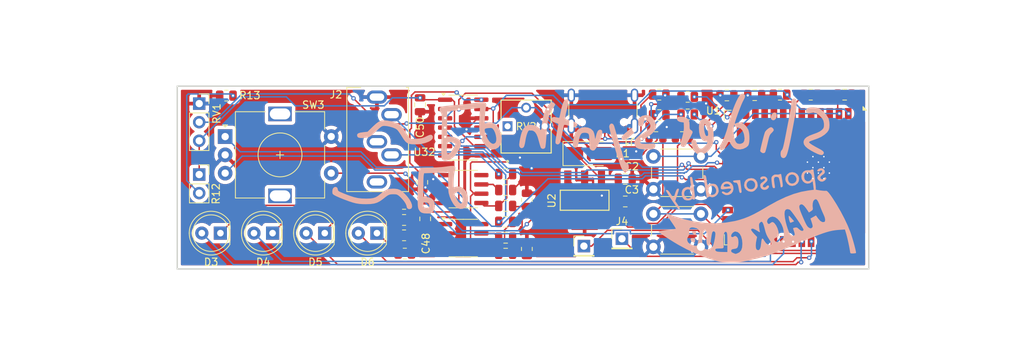
<source format=kicad_pcb>
(kicad_pcb (version 20241229) (generator "pcbnew") (generator_version "9.0")
  (layers (0 "F.Cu" signal) (2 "B.Cu" signal) (13 "F.Paste" user) (15 "B.Paste" user) (5 "F.SilkS" user "F.Silkscreen") (7 "B.SilkS" user "B.Silkscreen") (1 "F.Mask" user) (3 "B.Mask" user) (25 "Edge.Cuts" user))
  (net 0 "")
  (net 1 "GND")
  (net 2 "RESET")
  (net 3 "5v")
  (net 4 "3v3")
  (net 5 "BOOT")
  (net 6 "Net-(C42-Pad1)")
  (net 7 "Net-(C42-Pad2)")
  (net 8 "R")
  (net 9 "Net-(C44-Pad1)")
  (net 10 "Net-(C44-Pad2)")
  (net 11 "T")
  (net 12 "Net-(U33-BYPASS)")
  (net 13 "Net-(U34-BYPASS)")
  (net 14 "Net-(U32-VB)")
  (net 15 "Net-(U32-VA)")
  (net 16 "VDD")
  (net 17 "Net-(D1-A)")
  (net 19 "Net-(D3-K)")
  (net 20 "LED1")
  (net 21 "LED2")
  (net 22 "Net-(D4-K)")
  (net 23 "LED3")
  (net 24 "Net-(D5-K)")
  (net 25 "LED4")
  (net 26 "Net-(D6-K)")
  (net 27 "D-")
  (net 29 "Net-(J1-CC1)")
  (net 30 "Net-(J1-CC2)")
  (net 31 "D+")
  (net 33 "RX")
  (net 34 "TX")
  (net 35 "Net-(U1-USB_D-{slash}IO19)")
  (net 36 "Net-(U1-USB_D+{slash}IO20)")
  (net 37 "RotA")
  (net 38 "RotB")
  (net 39 "RotSw")
  (net 44 "Net-(R12-Pad2)")
  (net 46 "CS")
  (net 55 "SCK")
  (net 58 "SDI")
  (net 70 "LinearPot")
  (footprint "Rotary_Encoder:RotaryEncoder_Alps_EC11E-Switch_Vertical_H20mm" (layer "F.Cu") (at 107.05 118.73)
    (property "Reference" "SW3")
    (property "Value" "RotaryEncoder_Switch")
  )
  (footprint "Capacitor_SMD:C_0805_2012Metric" (layer "F.Cu") (at 134.4 129.98 90)
    (property "Reference" "C48")
    (property "Value" "0.1μF")
  )
  (footprint "Capacitor_SMD:C_0805_2012Metric" (layer "F.Cu") (at 161.75 124.5)
    (property "Reference" "C2")
    (property "Value" "0.47μF")
  )
  (footprint "Capacitor_SMD:C_0805_2012Metric" (layer "F.Cu") (at 134 124.98 90)
    (property "Reference" "C49" (hide yes))
    (property "Value" "0.1μF")
  )
  (footprint "Connector_PinSocket_2.54mm:PinSocket_1x03_P2.54mm_Vertical" (layer "F.Cu") (at 103.5 114.22)
    (property "Reference" "RV1")
    (property "Value" "SEN-08681")
  )
  (footprint "Capacitor_SMD:C_0805_2012Metric" (layer "F.Cu") (at 145.4 126.036)
    (property "Reference" "C46" (hide yes))
    (property "Value" "0.05μF")
  )
  (footprint "Capacitor_SMD:C_0805_2012Metric" (layer "F.Cu") (at 191.75 113)
    (property "Reference" "C1" (hide yes))
    (property "Value" "1uF")
  )
  (footprint "Connector_PinSocket_2.54mm:PinSocket_1x02_P2.54mm_Vertical" (layer "F.Cu") (at 103.5 123.92)
    (property "Reference" "R12")
    (property "Value" "Force Sensitive Resistor 500mm")
  )
  (footprint "Connector_USB:USB_C_Receptacle_GCT_USB4105-xx-A_16P_TopMnt_Horizontal" (layer "F.Cu") (at 158.7 114.15 180)
    (property "Reference" "J1")
    (property "Value" "USB4105")
  )
  (footprint "Resistor_SMD:R_0805_2012Metric" (layer "F.Cu") (at 182.9125 113)
    (property "Reference" "R4" (hide yes))
    (property "Value" "0Ω")
  )
  (footprint "2_udu_lib:POT_3362P" (layer "F.Cu") (at 145.66 117.3174)
    (property "Reference" "RV2")
    (property "Value" "3362P-100kΩ")
  )
  (footprint "Button_Switch_THT:SW_PUSH_6mm" (layer "F.Cu") (at 165.6 121.43)
    (property "Reference" "SW1" (hide yes))
    (property "Value" "SW_SPST")
  )
  (footprint "RF_Module:ESP32-S3-WROOM-2" (layer "F.Cu") (at 188.25 124.33 -90)
    (property "Reference" "U1")
    (property "Value" "ESP32-S3-WROOM-2")
  )
  (footprint "Capacitor_SMD:C_0805_2012Metric" (layer "F.Cu") (at 165.95 118.8)
    (property "Reference" "C7" (hide yes))
    (property "Value" "0.1μF")
  )
  (footprint "Resistor_SMD:R_0805_2012Metric" (layer "F.Cu") (at 107.2125 113.13)
    (property "Reference" "R13")
    (property "Value" "10kΩ")
  )
  (footprint "Resistor_SMD:R_0805_2012Metric" (layer "F.Cu") (at 148.3 127.3875 -90)
    (property "Reference" "R28" (hide yes))
    (property "Value" "10Ω")
  )
  (footprint "Diode_SMD:D_SMA" (layer "F.Cu") (at 156.75 121.05)
    (property "Reference" "D1")
    (property "Value" "SS14")
  )
  (footprint "Resistor_SMD:R_0805_2012Metric" (layer "F.Cu") (at 166.4 115.79)
    (property "Reference" "R2" (hide yes))
    (property "Value" "5.1kΩ")
  )
  (footprint "Capacitor_SMD:C_0805_2012Metric" (layer "F.Cu") (at 145.4 123.86 180)
    (property "Reference" "C43" (hide yes))
    (property "Value" "47μF")
  )
  (footprint "Capacitor_SMD:C_0805_2012Metric" (layer "F.Cu") (at 145.4 128.212)
    (property "Reference" "C42" (hide yes))
    (property "Value" "33nF")
  )
  (footprint "Resistor_SMD:R_0805_2012Metric" (layer "F.Cu") (at 131.5125 132.23)
    (property "Reference" "R10" (hide yes))
    (property "Value" "330Ω")
  )
  (footprint "Capacitor_SMD:C_0805_2012Metric" (layer "F.Cu") (at 145.4 130.388 180)
    (property "Reference" "C45" (hide yes))
    (property "Value" "47μF")
  )
  (footprint "Connector_PinHeader_2.54mm:PinHeader_1x01_P2.54mm_Vertical" (layer "F.Cu") (at 161.3 132.7)
    (property "Reference" "J4")
    (property "Value" "Conn_01x01_Pin")
  )
  (footprint "Resistor_SMD:R_0805_2012Metric" (layer "F.Cu") (at 131.6125 134.73)
    (property "Reference" "R11" (hide yes))
    (property "Value" "330Ω")
  )
  (footprint "Capacitor_SMD:C_0805_2012Metric" (layer "F.Cu") (at 179.45 113.07)
    (property "Reference" "C4" (hide yes))
    (property "Value" "10μF")
  )
  (footprint "Capacitor_SMD:C_0805_2012Metric" (layer "F.Cu") (at 161.75 127.6)
    (property "Reference" "C3")
    (property "Value" "47μF")
  )
  (footprint "Resistor_SMD:R_0805_2012Metric" (layer "F.Cu") (at 170.2875 113.3 180)
    (property "Reference" "R6" (hide yes))
    (property "Value" "0Ω")
  )
  (footprint "Connector_PinHeader_2.54mm:PinHeader_1x01_P2.54mm_Vertical" (layer "F.Cu") (at 156.1 133.7)
    (property "Reference" "J3" (hide yes))
    (property "Value" "Conn_01x01_Pin")
  )
  (footprint "Resistor_SMD:R_0805_2012Metric" (layer "F.Cu") (at 131.5125 130.13)
    (property "Reference" "R9" (hide yes))
    (property "Value" "330Ω")
  )
  (footprint "Package_SO:SOIC-8_3.9x4.9mm_P1.27mm" (layer "F.Cu") (at 139.6 125.905)
    (property "Reference" "U33" (hide yes))
    (property "Value" "LM386")
  )
  (footprint "Resistor_SMD:R_0805_2012Metric" (layer "F.Cu") (at 170.2875 115.7 180)
    (property "Reference" "R5" (hide yes))
    (property "Value" "0Ω")
  )
  (footprint "Resistor_SMD:R_0805_2012Metric" (layer "F.Cu") (at 166.4 113)
    (property "Reference" "R1" (hide yes))
    (property "Value" "5.1kΩ")
  )
  (footprint "Package_SO:SOIC-8_3.9x4.9mm_P1.27mm" (layer "F.Cu") (at 139.6 132.6)
    (property "Reference" "U34" (hide yes))
    (property "Value" "LM386")
  )
  (footprint "Package_SO:SOIC-14_3.9x8.7mm_P1.27mm" (layer "F.Cu") (at 139.6 117.5)
    (property "Reference" "U32")
    (property "Value" "MCP4922")
  )
  (footprint "Capacitor_SMD:C_0805_2012Metric" (layer "F.Cu") (at 145.4 134.74)
    (property "Reference" "C44" (hide yes))
    (property "Value" "33nF")
  )
  (footprint "Capacitor_SMD:C_0805_2012Metric" (layer "F.Cu") (at 133.7 114.38 90)
    (property "Reference" "C50")
    (property "Value" "0.1μF")
  )
  (footprint "LED_THT:LED_D5.0mm" (layer "F.Cu") (at 106.4 131.93 180)
    (property "Reference" "D3")
    (property "Value" "LED")
  )
  (footprint "Capacitor_SMD:C_0805_2012Metric" (layer "F.Cu") (at 169.55 118.8)
    (property "Reference" "C6" (hide yes))
    (property "Value" "0.1μF")
  )
  (footprint "Capacitor_SMD:C_0805_2012Metric" (layer "F.Cu") (at 145.4 132.564)
    (property "Reference" "C47" (hide yes))
    (property "Value" "0.05μF")
  )
  (footprint "LED_THT:LED_D5.0mm" (layer "F.Cu") (at 113.533333 131.93 180)
    (property "Reference" "D4")
    (property "Value" "LED")
  )
  (footprint "LED_THT:LED_D5.0mm" (layer "F.Cu") (at 120.666667 131.93 180)
    (property "Reference" "D5")
    (property "Value" "LED")
  )
  (footprint "EasyEDA:SOT-223-4_L6.5-W3.5-P2.30-LS7.0-BR" (layer "F.Cu") (at 156.2 127.43 90)
    (property "Reference" "U2")
    (property "Value" "LM3940IMPX-3.3/NOPB")
  )
  (footprint "Resistor_SMD:R_0805_2012Metric" (layer "F.Cu") (at 148.3 134.0875 -90)
    (property "Reference" "R29" (hide yes))
    (property "Value" "10Ω")
  )
  (footprint "LED_THT:LED_D5.0mm" (layer "F.Cu") (at 127.8 131.93 180)
    (property "Reference" "D6")
    (property "Value" "LED")
  )
  (footprint "Resistor_SMD:R_0805_2012Metric" (layer "F.Cu") (at 187.1125 113)
    (property "Reference" "R3" (hide yes))
    (property "Value" "10kΩ")
  )
  (footprint "Resistor_SMD:R_0805_2012Metric" (layer "F.Cu") (at 131.5125 127.93)
    (property "Reference" "R8" (hide yes))
    (property "Value" "330Ω")
  )
  (footprint "Button_Switch_THT:SW_PUSH_6mm" (layer "F.Cu") (at 165.6 129.3)
    (property "Reference" "SW2" (hide yes))
    (property "Value" "SW_SPST")
  )
  (footprint "Connector_Audio:Jack_3.5mm_CUI_SJ1-3535NG_Horizontal" (layer "F.Cu") (at 127.8 113.33)
    (property "Reference" "J2")
    (property "Value" "PJ-325C5-G")
  )
  (footprint "Capacitor_SMD:C_0805_2012Metric" (layer "F.Cu") (at 175.65 113.1)
    (property "Reference" "C5" (hide yes))
    (property "Value" "0.1μF")
  )
  (footprint "1_udu_lib:slider_synth_back" (layer "B.Cu") (at 145.529352 125.594279 180)
    (property "Reference" "G***" (hide yes))
    (property "Value" "LOGO" (hide yes))
  )
  (gr_line (start 195.05 111.83) (end 100.5 111.83) (stroke (width 0.2)) (layer "Edge.Cuts"))
  (gr_line (start 100.5 111.83) (end 100.5 136.83) (stroke (width 0.2)) (layer "Edge.Cuts"))
  (gr_line (start 195.05 136.83) (end 195.05 111.83) (stroke (width 0.2)) (layer "Edge.Cuts"))
  (gr_line (start 100.5 136.83) (end 195.05 136.83) (stroke (width 0.2)) (layer "Edge.Cuts"))
  (segment (start 165 118.8) (end 165 116.8) (width 0.2) (layer "F.Cu") (net 1))
  (segment (start 148.29866 129.8) (end 149.75 128.34866) (width 0.2) (layer "F.Cu") (net 1))
  (segment (start 149.75 128.34866) (end 149.75 128.15) (width 0.2) (layer "F.Cu") (net 1))
  (segment (start 137.125 125.27) (end 136.22 125.27) (width 0.2) (layer "F.Cu") (net 1))
  (segment (start 147.65 131.6) (end 147.75 131.7) (width 0.2) (layer "F.Cu") (net 1))
  (segment (start 165 118.8) (end 165 119.525) (width 0.2) (layer "F.Cu") (net 1))
  (segment (start 142.075 116.23) (end 141.57 116.23) (width 0.2) (layer "F.Cu") (net 1))
  (segment (start 147.65 129.8) (end 147.65 131.6) (width 0.2) (layer "F.Cu") (net 1))
  (segment (start 161.9 117.72) (end 162.445 117.72) (width 0.2) (layer "F.Cu") (net 1))
  (segment (start 146.35 126.036) (end 147.436 124.95) (width 0.2) (layer "F.Cu") (net 1))
  (segment (start 136.22 125.27) (end 135.5 124.55) (width 0.2) (layer "F.Cu") (net 1))
  (segment (start 167.3125 112.9875) (end 167.2 113.1) (width 0.2) (layer "F.Cu") (net 1))
  (segment (start 168.6 118.8) (end 168.6 118.6) (width 0.2) (layer "F.Cu") (net 1))
  (segment (start 162.445 117.72) (end 163.02 117.145) (width 0.2) (layer "F.Cu") (net 1))
  (segment (start 167.3125 112.84) (end 167.3125 112.9875) (width 0.2) (layer "F.Cu") (net 1))
  (segment (start 165.4875 115.79) (end 165.4875 118.3125) (width 0.2) (layer "F.Cu") (net 1))
  (segment (start 165.4875 118.3125) (end 165 118.8) (width 0.2) (layer "F.Cu") (net 1))
  (segment (start 134 125.93) (end 134.17 125.93) (width 0.2) (layer "F.Cu") (net 1))
  (segment (start 134.17 125.93) (end 134.424265 125.675735) (width 0.2) (layer "F.Cu") (net 1))
  (segment (start 146.35 132.564) (end 146.961 133.175) (width 0.2) (layer "F.Cu") (net 1))
  (segment (start 146.961 133.175) (end 148.3 133.175) (width 0.2) (layer "F.Cu") (net 1))
  (segment (start 147.65 129.8) (end 148.29866 129.8) (width 0.2) (layer "F.Cu") (net 1))
  (segment (start 147.436 124.95) (end 148.2 124.95) (width 0.2) (layer "F.Cu") (net 1))
  (segment (start 141.57 116.23) (end 140.05 117.75) (width 0.2) (layer "F.Cu") (net 1))
  (segment (start 174.7 113.1) (end 174.75 113.1) (width 0.2) (layer "F.Cu") (net 1))
  (segment (start 168.6 118.6) (end 167.423765 117.423765) (width 0.2) (layer "F.Cu") (net 1))
  (segment (start 165 116.8) (end 164.5 116.3) (width 0.2) (layer "F.Cu") (net 1))
  (segment (start 165 119.525) (end 163.775 120.75) (width 0.2) (layer "F.Cu") (net 1))
  (segment (start 163.775 120.75) (end 163.25 120.75) (width 0.2) (layer "F.Cu") (net 1))
  (segment (start 134.03 125.93) (end 134.1 126) (width 0.2) (layer "F.Cu") (net 1))
  (via (at 165.9 115.79) (size 0.6) (drill 0.3) (layers "F.Cu" "B.Cu") (net 1))
  (via (at 164.5 116.3) (size 0.6) (drill 0.3) (layers "F.Cu" "B.Cu") (net 1))
  (via (at 178.5 113.1) (size 0.6) (drill 0.3) (layers "F.Cu" "B.Cu") (net 1))
  (via (at 147.35 121.6) (size 0.6) (drill 0.3) (layers "F.Cu" "B.Cu") (net 1))
  (via (at 158.55 126.8) (size 0.6) (drill 0.3) (layers "F.Cu" "B.Cu") (net 1))
  (via (at 140.05 117.75) (size 0.6) (drill 0.3) (layers "F.Cu" "B.Cu") (net 1))
  (via (at 174.75 113.1) (size 0.6) (drill 0.3) (layers "F.Cu" "B.Cu") (net 1))
  (via (at 167.423765 117.423765) (size 0.6) (drill 0.3) (layers "F.Cu" "B.Cu") (net 1))
  (via (at 165 118.8) (size 0.6) (drill 0.3) (layers "F.Cu" "B.Cu") (net 1))
  (via (at 135.5 124.55) (size 0.6) (drill 0.3) (layers "F.Cu" "B.Cu") (net 1))
  (via (at 172.8 114.2) (size 0.6) (drill 0.3) (layers "F.Cu" "B.Cu") (net 1))
  (via (at 163.25 120.75) (size 0.6) (drill 0.3) (layers "F.Cu" "B.Cu") (net 1))
  (via (at 167.2 113.1) (size 0.6) (drill 0.3) (layers "F.Cu" "B.Cu") (net 1))
  (via (at 134.424265 125.675735) (size 0.6) (drill 0.3) (layers "F.Cu" "B.Cu") (net 1))
  (via (at 161.2 121.8) (size 0.6) (drill 0.3) (layers "F.Cu" "B.Cu") (net 1))
  (via (at 148.95 123.049) (size 0.6) (drill 0.3) (layers "F.Cu" "B.Cu") (net 1))
  (segment (start 162.2 121.8) (end 161.2 121.8) (width 0.2) (layer "B.Cu") (net 1))
  (segment (start 134.424265 125.625735) (end 135.5 124.55) (width 0.2) (layer "B.Cu") (net 1))
  (segment (start 163.25 120.75) (end 162.2 121.8) (width 0.2) (layer "B.Cu") (net 1))
  (segment (start 168.3 114.2) (end 172.8 114.2) (width 0.2) (layer "B.Cu") (net 1))
  (segment (start 167.2 113.1) (end 168.3 114.2) (width 0.2) (layer "B.Cu") (net 1))
  (segment (start 148.799 123.049) (end 148.95 123.049) (width 0.2) (layer "B.Cu") (net 1))
  (segment (start 164.5 116.3) (end 163.975 116.3) (width 0.2) (layer "B.Cu") (net 1))
  (segment (start 134.424265 125.675735) (end 134.424265 125.625735) (width 0.2) (layer "B.Cu") (net 1))
  (segment (start 167.2 114.49) (end 165.9 115.79) (width 0.2) (layer "B.Cu") (net 1))
  (segment (start 167.423765 117.423765) (end 166.376235 117.423765) (width 0.2) (layer "B.Cu") (net 1))
  (segment (start 163.975 116.3) (end 163.02 117.255) (width 0.2) (layer "B.Cu") (net 1))
  (segment (start 147.35 121.6) (end 148.799 123.049) (width 0.2) (layer "B.Cu") (net 1))
  (segment (start 167.2 113.1) (end 167.2 114.49) (width 0.2) (layer "B.Cu") (net 1))
  (segment (start 166.376235 117.423765) (end 165 118.8) (width 0.2) (layer "B.Cu") (net 1))
  (segment (start 174.75 113.1) (end 178.5 113.1) (width 0.2) (layer "B.Cu") (net 1))
  (segment (start 190.8 113) (end 190.8 115.36) (width 0.2) (layer "F.Cu") (net 2))
  (segment (start 188.025 113) (end 190.8 113) (width 0.2) (layer "F.Cu") (net 2))
  (segment (start 170.5 118.8) (end 170.5 119.83) (width 0.2) (layer "F.Cu") (net 2))
  (segment (start 170.5 119.83) (end 172.1 121.43) (width 0.2) (layer "F.Cu") (net 2))
  (segment (start 190.8 115.36) (end 191.02 115.58) (width 0.2) (layer "F.Cu") (net 2))
  (via (at 191.02 115.58) (size 0.6) (drill 0.3) (layers "F.Cu" "B.Cu") (net 2))
  (segment (start 165.6 121.43) (end 172.1 121.43) (width 0.2) (layer "B.Cu") (net 2))
  (segment (start 179.32 115.58) (end 191.02 115.58) (width 0.2) (layer "B.Cu") (net 2))
  (segment (start 173.47 121.43) (end 179.32 115.58) (width 0.2) (layer "B.Cu") (net 2))
  (segment (start 172.1 121.43) (end 173.47 121.43) (width 0.2) (layer "B.Cu") (net 2))
  (segment (start 153.43 122.2) (end 154.8 120.83) (width 0.2) (layer "F.Cu") (net 3))
  (segment (start 140.8 122.2) (end 153.43 122.2) (width 0.2) (layer "F.Cu") (net 3))
  (segment (start 141.100001 126.54) (end 140.6 126.039999) (width 0.2) (layer "F.Cu") (net 3))
  (segment (start 154.8 120.9) (end 158.5 124.6) (width 0.2) (layer "F.Cu") (net 3))
  (segment (start 158.5 124.6) (end 160.7 124.6) (width 0.2) (layer "F.Cu") (net 3))
  (segment (start 140.6 132.734999) (end 140.6 126.9) (width 0.2) (layer "F.Cu") (net 3))
  (segment (start 154.8 120.83) (end 154.8 120.9) (width 0.2) (layer "F.Cu") (net 3))
  (segment (start 141.100001 133.235) (end 140.6 132.734999) (width 0.2) (layer "F.Cu") (net 3))
  (segment (start 140.6 126.9) (end 140.96 126.54) (width 0.2) (layer "F.Cu") (net 3))
  (segment (start 142.075 126.54) (end 141.100001 126.54) (width 0.2) (layer "F.Cu") (net 3))
  (segment (start 140.96 126.54) (end 142.075 126.54) (width 0.2) (layer "F.Cu") (net 3))
  (segment (start 140.6 122.4) (end 140.8 122.2) (width 0.2) (layer "F.Cu") (net 3))
  (segment (start 140.6 126.039999) (end 140.6 122.4) (width 0.2) (layer "F.Cu") (net 3))
  (segment (start 142.075 133.235) (end 141.100001 133.235) (width 0.2) (layer "F.Cu") (net 3))
  (segment (start 160.7 124.6) (end 160.8 124.5) (width 0.2) (layer "F.Cu") (net 3))
  (segment (start 169.401 118.08984) (end 169.3 117.98884) (width 0.2) (layer "F.Cu") (net 4))
  (segment (start 176.6 113.1) (end 177.596 114.096) (width 0.2) (layer "F.Cu") (net 4))
  (segment (start 166.138892 130.601) (end 168.9 127.839892) (width 0.2) (layer "F.Cu") (net 4))
  (segment (start 169.3 117.98884) (end 169.3 117.3) (width 0.2) (layer "F.Cu") (net 4))
  (segment (start 156.9 127.6) (end 160.8 127.6) (width 0.2) (layer "F.Cu") (net 4))
  (segment (start 185.199 114.001) (end 183.001 114.001) (width 0.2) (layer "F.Cu") (net 4))
  (segment (start 172.4 117.3) (end 176.6 113.1) (width 0.2) (layer "F.Cu") (net 4))
  (segment (start 168.9 127.839892) (end 168.9 120.01116) (width 0.2) (layer "F.Cu") (net 4))
  (segment (start 153.9 124.6) (end 156.9 127.6) (width 0.2) (layer "F.Cu") (net 4))
  (segment (start 179.374 114.096) (end 180.4 113.07) (width 0.2) (layer "F.Cu") (net 4))
  (segment (start 177.596 114.096) (end 179.374 114.096) (width 0.2) (layer "F.Cu") (net 4))
  (segment (start 168.9 120.01116) (end 169.401 119.51016) (width 0.2) (layer "F.Cu") (net 4))
  (segment (start 163.801 130.601) (end 166.138892 130.601) (width 0.2) (layer "F.Cu") (net 4))
  (segment (start 180.4 113.07) (end 181.93 113.07) (width 0.2) (layer "F.Cu") (net 4))
  (segment (start 183.001 114.001) (end 182 113) (width 0.2) (layer "F.Cu") (net 4))
  (segment (start 186.2 113) (end 185.199 114.001) (width 0.2) (layer "F.Cu") (net 4))
  (segment (start 181.93 113.07) (end 182 113) (width 0.2) (layer "F.Cu") (net 4))
  (segment (start 169.3 117.3) (end 172.4 117.3) (width 0.2) (layer "F.Cu") (net 4))
  (segment (start 160.8 127.6) (end 163.801 130.601) (width 0.2) (layer "F.Cu") (net 4))
  (segment (start 169.401 119.51016) (end 169.401 118.08984) (width 0.2) (layer "F.Cu") (net 4))
  (segment (start 177.05 133.08) (end 175.88 133.08) (width 0.2) (layer "F.Cu") (net 5))
  (segment (start 175.88 133.08) (end 172.1 129.3) (width 0.2) (layer "F.Cu") (net 5))
  (segment (start 166.9 118.8) (end 166.9 128) (width 0.2) (layer "F.Cu") (net 5))
  (segment (start 166.9 128) (end 165.6 129.3) (width 0.2) (layer "F.Cu") (net 5))
  (segment (start 165.6 129.3) (end 172.1 129.3) (width 0.2) (layer "B.Cu") (net 5))
  (segment (start 144.45 128.212) (end 142.477 128.212) (width 0.2) (layer "F.Cu") (net 6))
  (segment (start 145.549 127.113) (end 145.549 124.661) (width 0.2) (layer "F.Cu") (net 6))
  (segment (start 145.549 124.661) (end 146.35 123.86) (width 0.2) (layer "F.Cu") (net 6))
  (segment (start 142.477 128.212) (end 142.075 127.81) (width 0.2) (layer "F.Cu") (net 6))
  (segment (start 144.45 128.212) (end 145.549 127.113) (width 0.2) (layer "F.Cu") (net 6))
  (segment (start 146.438 128.3) (end 146.35 128.212) (width 0.2) (layer "F.Cu") (net 7))
  (segment (start 148.3 128.3) (end 146.438 128.3) (width 0.2) (layer "F.Cu") (net 7))
  (via (at 144.45 123.86) (size 0.6) (drill 0.3) (layers "F.Cu" "B.Cu") (net 8))
  (segment (start 129.8 121.23) (end 141.82 121.23) (width 0.2) (layer "B.Cu") (net 8))
  (segment (start 141.82 121.23) (end 144.45 123.86) (width 0.2) (layer "B.Cu") (net 8))
  (segment (start 146.35 130.388) (end 145.251 131.487) (width 0.2) (layer "F.Cu") (net 9))
  (segment (start 145.251 131.487) (end 145.251 133.939) (width 0.2) (layer "F.Cu") (net 9))
  (segment (start 145.251 133.939) (end 144.45 134.74) (width 0.2) (layer "F.Cu") (net 9))
  (segment (start 142.31 134.74) (end 142.075 134.505) (width 0.2) (layer "F.Cu") (net 9))
  (segment (start 144.45 134.74) (end 142.31 134.74) (width 0.2) (layer "F.Cu") (net 9))
  (segment (start 148.3 135) (end 146.61 135) (width 0.2) (layer "F.Cu") (net 10))
  (segment (start 146.61 135) (end 146.35 134.74) (width 0.2) (layer "F.Cu") (net 10))
  (via (at 144.45 130.388) (size 0.6) (drill 0.3) (layers "F.Cu" "B.Cu") (net 11))
  (segment (start 145.4 129.6) (end 144.612 130.388) (width 0.2) (layer "B.Cu") (net 11))
  (segment (start 134.899 120.829) (end 142.268943 120.829) (width 0.2) (layer "B.Cu") (net 11))
  (segment (start 129.8 115.73) (end 134.899 120.829) (width 0.2) (layer "B.Cu") (net 11))
  (segment (start 145.4 123.960057) (end 145.4 129.6) (width 0.2) (layer "B.Cu") (net 11))
  (segment (start 142.268943 120.829) (end 145.4 123.960057) (width 0.2) (layer "B.Cu") (net 11))
  (segment (start 144.612 130.388) (end 144.45 130.388) (width 0.2) (layer "B.Cu") (net 11))
  (segment (start 144.45 126.036) (end 143.684 125.27) (width 0.2) (layer "F.Cu") (net 12))
  (segment (start 143.684 125.27) (end 142.075 125.27) (width 0.2) (layer "F.Cu") (net 12))
  (segment (start 143.851 131.965) (end 142.075 131.965) (width 0.2) (layer "F.Cu") (net 13))
  (segment (start 144.45 132.564) (end 143.851 131.965) (width 0.2) (layer "F.Cu") (net 13))
  (segment (start 137.97 129.03) (end 139 128) (width 0.2) (layer "F.Cu") (net 14))
  (segment (start 134.4 129.03) (end 137.97 129.03) (width 0.2) (layer "F.Cu") (net 14))
  (segment (start 135.6 130.23) (end 135.6 132.056968) (width 0.2) (layer "F.Cu") (net 14))
  (segment (start 134.4 129.03) (end 135.6 130.23) (width 0.2) (layer "F.Cu") (net 14))
  (segment (start 135.6 132.056968) (end 136.778032 133.235) (width 0.2) (layer "F.Cu") (net 14))
  (segment (start 136.705 133.235) (end 137.125 133.235) (width 0.2) (layer "F.Cu") (net 14))
  (segment (start 136.778032 133.235) (end 137.125 133.235) (width 0.2) (layer "F.Cu") (net 14))
  (segment (start 139 119.8) (end 139.474265 119.325735) (width 0.2) (layer "F.Cu") (net 14))
  (segment (start 139 128) (end 139 119.8) (width 0.2) (layer "F.Cu") (net 14))
  (via (at 139.474265 119.325735) (size 0.6) (drill 0.3) (layers "F.Cu" "B.Cu") (net 14))
  (via (at 142.075 118.77) (size 0.6) (drill 0.3) (layers "F.Cu" "B.Cu") (net 14))
  (segment (start 140.03 118.77) (end 142.075 118.77) (width 0.2) (layer "B.Cu") (net 14))
  (segment (start 139.474265 119.325735) (end 140.03 118.77) (width 0.2) (layer "B.Cu") (net 14))
  (segment (start 132.52053 113.09831) (end 132.98984 112.629) (width 0.2) (layer "F.Cu") (net 15))
  (segment (start 132.3 117.8) (end 132.52053 117.57947) (width 0.2) (layer "F.Cu") (net 15))
  (segment (start 137.125 126.54) (end 136.51 126.54) (width 0.2) (layer "F.Cu") (net 15))
  (segment (start 132.98984 112.629) (end 138.629 112.629) (width 0.2) (layer "F.Cu") (net 15))
  (segment (start 134 124.03) (end 132.3 122.33) (width 0.2) (layer "F.Cu") (net 15))
  (segment (start 138.629 112.629) (end 138.7 112.7) (width 0.2) (layer "F.Cu") (net 15))
  (segment (start 132.3 122.33) (end 132.3 117.8) (width 0.2) (layer "F.Cu") (net 15))
  (segment (start 136.51 126.54) (end 134 124.03) (width 0.2) (layer "F.Cu") (net 15))
  (segment (start 132.52053 117.57947) (end 132.52053 113.09831) (width 0.2) (layer "F.Cu") (net 15))
  (via (at 142.075 113.69) (size 0.6) (drill 0.3) (layers "F.Cu" "B.Cu") (net 15))
  (via (at 138.7 112.7) (size 0.6) (drill 0.3) (layers "F.Cu" "B.Cu") (net 15))
  (segment (start 139.69 113.69) (end 142.075 113.69) (width 0.2) (layer "B.Cu") (net 15))
  (segment (start 138.7 112.7) (end 139.69 113.69) (width 0.2) (layer "B.Cu") (net 15))
  (segment (start 143.351 119.738999) (end 143.049999 120.04) (width 0.2) (layer "F.Cu") (net 16))
  (segment (start 143.7 114.9) (end 142.135 114.9) (width 0.2) (layer "F.Cu") (net 16))
  (segment (start 133.96 113.69) (end 133.7 113.43) (width 0.2) (layer "F.Cu") (net 16))
  (segment (start 142.075 117.5) (end 142.421968 117.5) (width 0.2) (layer "F.Cu") (net 16))
  (segment (start 142.135 114.9) (end 142.075 114.96) (width 0.2) (layer "F.Cu") (net 16))
  (segment (start 142.075 120.04) (end 141.100001 120.04) (width 0.2) (layer "F.Cu") (net 16))
  (segment (start 137.125 113.69) (end 133.96 113.69) (width 0.2) (layer "F.Cu") (net 16))
  (segment (start 143.7 114.9) (end 143.7 116.849999) (width 0.2) (layer "F.Cu") (net 16))
  (segment (start 143.049999 120.04) (end 142.075 120.04) (width 0.2) (layer "F.Cu") (net 16))
  (segment (start 138.099999 113.69) (end 137.125 113.69) (width 0.2) (layer "F.Cu") (net 16))
  (segment (start 138.401 117.340999) (end 138.401 113.991001) (width 0.2) (layer "F.Cu") (net 16))
  (segment (start 143.049999 117.5) (end 142.075 117.5) (width 0.2) (layer "F.Cu") (net 16))
  (segment (start 103.5 119.3) (end 103.5 123.92) (width 0.2) (layer "F.Cu") (net 16))
  (segment (start 143.7 116.849999) (end 143.049999 117.5) (width 0.2) (layer "F.Cu") (net 16))
  (segment (start 141.100001 120.04) (end 138.401 117.340999) (width 0.2) (layer "F.Cu") (net 16))
  (segment (start 142.421968 117.5) (end 143.351 118.429032) (width 0.2) (layer "F.Cu") (net 16))
  (segment (start 143.351 118.429032) (end 143.351 119.738999) (width 0.2) (layer "F.Cu") (net 16))
  (segment (start 183.825 113) (end 183.9 113) (width 0.2) (layer "F.Cu") (net 16))
  (segment (start 138.401 113.991001) (end 138.099999 113.69) (width 0.2) (layer "F.Cu") (net 16))
  (via (at 192.29 115.58) (size 0.6) (drill 0.3) (layers "F.Cu" "B.Cu") (net 16))
  (via (at 183.9 113) (size 0.6) (drill 0.3) (layers "F.Cu" "B.Cu") (net 16))
  (via (at 143.7 114.9) (size 0.6) (drill 0.3) (layers "F.Cu" "B.Cu") (net 16))
  (via (at 133.7 113.43) (size 0.6) (drill 0.3) (layers "F.Cu" "B.Cu") (net 16))
  (segment (start 163.476086 114.373914) (end 153.173914 114.373914) (width 0.2) (layer "B.Cu") (net 16))
  (segment (start 151.9 113.1) (end 145.5 113.1) (width 0.2) (layer "B.Cu") (net 16))
  (segment (start 116.653 114.531) (end 115.422 113.3) (width 0.2) (layer "B.Cu") (net 16))
  (segment (start 115.422 113.3) (end 109.5 113.3) (width 0.2) (layer "B.Cu") (net 16))
  (segment (start 183.4 112.5) (end 165.35 112.5) (width 0.2) (layer "B.Cu") (net 16))
  (segment (start 153.173914 114.373914) (end 151.9 113.1) (width 0.2) (layer "B.Cu") (net 16))
  (segment (start 128.79747 114.531) (end 116.653 114.531) (width 0.2) (layer "B.Cu") (net 16))
  (segment (start 145.5 113.1) (end 143.7 114.9) (width 0.2) (layer "B.Cu") (net 16))
  (segment (start 129.89847 113.43) (end 128.79747 114.531) (width 0.2) (layer "B.Cu") (net 16))
  (segment (start 183.9 113.1) (end 185.779 114.979) (width 0.2) (layer "B.Cu") (net 16))
  (segment (start 183.9 113) (end 183.9 113.1) (width 0.2) (layer "B.Cu") (net 16))
  (segment (start 185.779 114.979) (end 191.689 114.979) (width 0.2) (layer "B.Cu") (net 16))
  (segment (start 183.9 113) (end 183.4 112.5) (width 0.2) (layer "B.Cu") (net 16))
  (segment (start 191.689 114.979) (end 192.29 115.58) (width 0.2) (layer "B.Cu") (net 16))
  (segment (start 109.5 113.3) (end 103.5 119.3) (width 0.2) (layer "B.Cu") (net 16))
  (segment (start 133.7 113.43) (end 129.89847 113.43) (width 0.2) (layer "B.Cu") (net 16))
  (segment (start 165.35 112.5) (end 163.476086 114.373914) (width 0.2) (layer "B.Cu") (net 16))
  (segment (start 158.48 120.83) (end 158.8 120.83) (width 0.2) (layer "F.Cu") (net 17))
  (segment (start 161.1 117.72) (end 161.1 117.261176) (width 0.2) (layer "F.Cu") (net 17))
  (segment (start 156.3 118.65) (end 158.48 120.83) (width 0.2) (layer "F.Cu") (net 17))
  (segment (start 157.35 116.3) (end 156.3 117.35) (width 0.2) (layer "F.Cu") (net 17))
  (segment (start 161.1 117.261176) (end 160.138824 116.3) (width 0.2) (layer "F.Cu") (net 17))
  (segment (start 156.3 117.35) (end 156.3 118.65) (width 0.2) (layer "F.Cu") (net 17))
  (segment (start 160.138824 116.3) (end 157.35 116.3) (width 0.2) (layer "F.Cu") (net 17))
  (segment (start 130.6 127.93) (end 130.399 128.131) (width 0.2) (layer "F.Cu") (net 19))
  (segment (start 110.199 128.131) (end 106.4 131.93) (width 0.2) (layer "F.Cu") (net 19))
  (segment (start 130.399 128.131) (end 110.199 128.131) (width 0.2) (layer "F.Cu") (net 19))
  (via (at 183.4 133.08) (size 0.6) (drill 0.3) (layers "F.Cu" "B.Cu") (net 20))
  (segment (start 181.9 136.229) (end 183.4 134.729) (width 0.2) (layer "B.Cu") (net 20))
  (segment (start 183.4 134.729) (end 183.4 133.08) (width 0.2) (layer "B.Cu") (net 20))
  (segment (start 103.86 131.93) (end 108.159 136.229) (width 0.2) (layer "B.Cu") (net 20))
  (segment (start 108.159 136.229) (end 181.9 136.229) (width 0.2) (layer "B.Cu") (net 20))
  (segment (start 184.67 133.08) (end 184.68 133.08) (width 0.2) (layer "F.Cu") (net 21))
  (segment (start 184.68 133.08) (end 184.7 133.1) (width 0.2) (layer "F.Cu") (net 21))
  (via (at 184.7 133.1) (size 0.6) (drill 0.3) (layers "F.Cu" "B.Cu") (net 21))
  (segment (start 114.863333 135.8) (end 110.993333 131.93) (width 0.2) (layer "B.Cu") (net 21))
  (segment (start 184.7 133.1) (end 184.079 132.479) (width 0.2) (layer "B.Cu") (net 21))
  (segment (start 181.6 135.8) (end 114.863333 135.8) (width 0.2) (layer "B.Cu") (net 21))
  (segment (start 181.6 134.030057) (end 181.6 135.8) (width 0.2) (layer "B.Cu") (net 21))
  (segment (start 183.151057 132.479) (end 181.6 134.030057) (width 0.2) (layer "B.Cu") (net 21))
  (segment (start 184.079 132.479) (end 183.151057 132.479) (width 0.2) (layer "B.Cu") (net 21))
  (segment (start 116.763333 128.7) (end 129 128.7) (width 0.2) (layer "F.Cu") (net 22))
  (segment (start 113.533333 131.93) (end 116.763333 128.7) (width 0.2) (layer "F.Cu") (net 22))
  (segment (start 130.43 130.13) (end 130.6 130.13) (width 0.2) (layer "F.Cu") (net 22))
  (segment (start 129 128.7) (end 130.43 130.13) (width 0.2) (layer "F.Cu") (net 22))
  (segment (start 113.57 131.93) (end 113.6 131.9) (width 0.2) (layer "B.Cu") (net 22))
  (segment (start 185.8 135.9) (end 185.4 135.9) (width 0.2) (layer "F.Cu") (net 23))
  (segment (start 122.425667 136.229) (end 118.126667 131.93) (width 0.2) (layer "F.Cu") (net 23))
  (segment (start 185.071 136.229) (end 122.425667 136.229) (width 0.2) (layer "F.Cu") (net 23))
  (segment (start 185.4 135.9) (end 185.071 136.229) (width 0.2) (layer "F.Cu") (net 23))
  (via (at 185.8 135.9) (size 0.6) (drill 0.3) (layers "F.Cu" "B.Cu") (net 23))
  (via (at 185.94 133.08) (size 0.6) (drill 0.3) (layers "F.Cu" "B.Cu") (net 23))
  (segment (start 185.8 135.9) (end 185.8 133.22) (width 0.2) (layer "B.Cu") (net 23))
  (segment (start 185.8 133.22) (end 185.94 133.08) (width 0.2) (layer "B.Cu") (net 23))
  (segment (start 120.666667 131.633333) (end 120.666667 131.93) (width 0.2) (layer "F.Cu") (net 24))
  (segment (start 130.6 132.23) (end 127.471 129.101) (width 0.2) (layer "F.Cu") (net 24))
  (segment (start 123.199 129.101) (end 120.666667 131.633333) (width 0.2) (layer "F.Cu") (net 24))
  (segment (start 127.471 129.101) (end 123.199 129.101) (width 0.2) (layer "F.Cu") (net 24))
  (segment (start 129.158 135.828) (end 125.26 131.93) (width 0.2) (layer "F.Cu") (net 25))
  (segment (start 186.9 135.301) (end 186.898 135.299) (width 0.2) (layer "F.Cu") (net 25))
  (segment (start 185.229 135.299) (end 184.7 135.828) (width 0.2) (layer "F.Cu") (net 25))
  (segment (start 184.7 135.828) (end 129.158 135.828) (width 0.2) (layer "F.Cu") (net 25))
  (segment (start 186.898 135.299) (end 185.229 135.299) (width 0.2) (layer "F.Cu") (net 25))
  (via (at 186.9 135.301) (size 0.6) (drill 0.3) (layers "F.Cu" "B.Cu") (net 25))
  (via (at 187.21 133.08) (size 0.6) (drill 0.3) (layers "F.Cu" "B.Cu") (net 25))
  (segment (start 187.21 134.991) (end 186.9 135.301) (width 0.2) (layer "B.Cu") (net 25))
  (segment (start 187.21 133.08) (end 187.21 134.991) (width 0.2) (layer "B.Cu") (net 25))
  (segment (start 127.9 131.93) (end 130.7 134.73) (width 0.2) (layer "F.Cu") (net 26))
  (segment (start 127.8 131.93) (end 127.9 131.93) (width 0.2) (layer "F.Cu") (net 26))
  (segment (start 160.349 119.449) (end 159.45 118.55) (width 0.2) (layer "F.Cu") (net 27))
  (segment (start 158.45 117.111176) (end 158.45 117.72) (width 0.2) (layer "F.Cu") (net 27))
  (segment (start 159.45 118.55) (end 159.45 117.111176) (width 0.2) (layer "F.Cu") (net 27))
  (segment (start 159.45 117.111176) (end 159.288824 116.95) (width 0.2) (layer "F.Cu") (net 27))
  (segment (start 163.77 119.03) (end 163.351 119.449) (width 0.2) (layer "F.Cu") (net 27))
  (segment (start 159.288824 116.95) (end 158.611176 116.95) (width 0.2) (layer "F.Cu") (net 27))
  (segment (start 163.351 119.449) (end 160.349 119.449) (width 0.2) (layer "F.Cu") (net 27))
  (segment (start 158.611176 116.95) (end 158.45 117.111176) (width 0.2) (layer "F.Cu") (net 27))
  (segment (start 163.95 119.03) (end 163.77 119.03) (width 0.2) (layer "F.Cu") (net 27))
  (via (at 169.375 115.7) (size 0.6) (drill 0.3) (layers "F.Cu" "B.Cu") (net 27))
  (via (at 163.95 119.03) (size 0.6) (drill 0.3) (layers "F.Cu" "B.Cu") (net 27))
  (segment (start 163.95 119.03) (end 163.95 118.85) (width 0.2) (layer "B.Cu") (net 27))
  (segment (start 163.95 118.85) (end 167.1 115.7) (width 0.2) (layer "B.Cu") (net 27))
  (segment (start 167.1 115.7) (end 169.375 115.7) (width 0.2) (layer "B.Cu") (net 27))
  (segment (start 163.9 114.4275) (end 165.4875 112.84) (width 0.2) (layer "F.Cu") (net 29))
  (segment (start 160.529655 119.029655) (end 163.070345 119.029655) (width 0.2) (layer "F.Cu") (net 29))
  (segment (start 159.95 118.45) (end 160.529655 119.029655) (width 0.2) (layer "F.Cu") (net 29))
  (segment (start 163.070345 119.029655) (end 163.9 118.2) (width 0.2) (layer "F.Cu") (net 29))
  (segment (start 159.95 117.72) (end 159.95 118.45) (width 0.2) (layer "F.Cu") (net 29))
  (segment (start 163.9 118.2) (end 163.9 114.4275) (width 0.2) (layer "F.Cu") (net 29))
  (segment (start 164.299 121.01216) (end 164.299 120.891108) (width 0.2) (layer "F.Cu") (net 30))
  (segment (start 156.95 117.72) (end 156.95 118.55) (width 0.2) (layer "F.Cu") (net 30))
  (segment (start 166.099 117.9) (end 167.3125 116.6865) (width 0.2) (layer "F.Cu") (net 30))
  (segment (start 167.3125 116.6865) (end 167.3125 115.79) (width 0.2) (layer "F.Cu") (net 30))
  (segment (start 165.061108 120.129) (end 165.18216 120.129) (width 0.2) (layer "F.Cu") (net 30))
  (segment (start 159.929 119.629) (end 161.65 121.35) (width 0.2) (layer "F.Cu") (net 30))
  (segment (start 156.95 118.55) (end 158.029 119.629) (width 0.2) (layer "F.Cu") (net 30))
  (segment (start 161.65 121.35) (end 163.96116 121.35) (width 0.2) (layer "F.Cu") (net 30))
  (segment (start 165.18216 120.129) (end 166.099 119.21216) (width 0.2) (layer "F.Cu") (net 30))
  (segment (start 163.96116 121.35) (end 164.299 121.01216) (width 0.2) (layer "F.Cu") (net 30))
  (segment (start 166.099 119.21216) (end 166.099 117.9) (width 0.2) (layer "F.Cu") (net 30))
  (segment (start 158.029 119.629) (end 159.929 119.629) (width 0.2) (layer "F.Cu") (net 30))
  (segment (start 164.299 120.891108) (end 165.061108 120.129) (width 0.2) (layer "F.Cu") (net 30))
  (segment (start 158.95 118.979) (end 158.95 117.83) (width 0.2) (layer "F.Cu") (net 31))
  (segment (start 159 119.029) (end 158.95 118.979) (width 0.2) (layer "F.Cu") (net 31))
  (segment (start 169.375 113.3) (end 168.375 114.3) (width 0.2) (layer "F.Cu") (net 31))
  (segment (start 158.479 119.029) (end 159 119.029) (width 0.2) (layer "F.Cu") (net 31))
  (segment (start 157.95 117.72) (end 157.95 118.5) (width 0.2) (layer "F.Cu") (net 31))
  (segment (start 168.375 114.3) (end 165.3 114.3) (width 0.2) (layer "F.Cu") (net 31))
  (segment (start 158.95 117.72) (end 159 117.77) (width 0.2) (layer "F.Cu") (net 31))
  (segment (start 157.95 118.5) (end 158.479 119.029) (width 0.2) (layer "F.Cu") (net 31))
  (via (at 159 119.029) (size 0.6) (drill 0.3) (layers "F.Cu" "B.Cu") (net 31))
  (via (at 165.3 114.3) (size 0.6) (drill 0.3) (layers "F.Cu" "B.Cu") (net 31))
  (segment (start 163.071 119.029) (end 159 119.029) (width 0.2) (layer "B.Cu") (net 31))
  (segment (start 165.3 116.8) (end 163.071 119.029) (width 0.2) (layer "B.Cu") (net 31))
  (segment (start 165.3 114.3) (end 165.3 116.8) (width 0.2) (layer "B.Cu") (net 31))
  (segment (start 171.688892 131.549) (end 159.301 131.549) (width 0.2) (layer "F.Cu") (net 33))
  (segment (start 188.48 133.08) (end 188.48 133.612) (width 0.2) (layer "F.Cu") (net 33))
  (segment (start 187.792 134.3) (end 174.439892 134.3) (width 0.2) (layer "F.Cu") (net 33))
  (segment (start 159.301 131.549) (end 157.15 133.7) (width 0.2) (layer "F.Cu") (net 33))
  (segment (start 157.15 133.7) (end 156.1 133.7) (width 0.2) (layer "F.Cu") (net 33))
  (segment (start 174.439892 134.3) (end 171.688892 131.549) (width 0.2) (layer "F.Cu") (net 33))
  (segment (start 188.48 133.612) (end 187.792 134.3) (width 0.2) (layer "F.Cu") (net 33))
  (segment (start 189.75 134.25) (end 189.75 133.08) (width 0.2) (layer "F.Cu") (net 34))
  (segment (start 189.299 134.701) (end 189.75 134.25) (width 0.2) (layer "F.Cu") (net 34))
  (segment (start 163.701 135.101) (end 173.999 135.101) (width 0.2) (layer "F.Cu") (net 34))
  (segment (start 161.3 132.7) (end 163.701 135.101) (width 0.2) (layer "F.Cu") (net 34))
  (segment (start 173.999 135.101) (end 174.399 134.701) (width 0.2) (layer "F.Cu") (net 34))
  (segment (start 174.399 134.701) (end 189.299 134.701) (width 0.2) (layer "F.Cu") (net 34))
  (segment (start 177.801 114.529) (end 178.32 115.048) (width 0.2) (layer "F.Cu") (net 35))
  (segment (start 178.32 115.048) (end 178.32 115.58) (width 0.2) (layer "F.Cu") (net 35))
  (segment (start 173.5 117.3) (end 176.271 114.529) (width 0.2) (layer "F.Cu") (net 35))
  (segment (start 176.271 114.529) (end 177.801 114.529) (width 0.2) (layer "F.Cu") (net 35))
  (via (at 173.5 117.3) (size 0.6) (drill 0.3) (layers "F.Cu" "B.Cu") (net 35))
  (via (at 171.2 115.7) (size 0.6) (drill 0.3) (layers "F.Cu" "B.Cu") (net 35))
  (segment (start 171.9 116.4) (end 171.2 115.7) (width 0.2) (layer "B.Cu") (net 35))
  (segment (start 173.5 117.3) (end 172.6 116.4) (width 0.2) (layer "B.Cu") (net 35))
  (segment (start 172.6 116.4) (end 171.9 116.4) (width 0.2) (layer "B.Cu") (net 35))
  (segment (start 177.05 115.58) (end 176.22 115.58) (width 0.2) (layer "F.Cu") (net 36))
  (segment (start 176.22 115.58) (end 175.7 116.1) (width 0.2) (layer "F.Cu") (net 36))
  (via (at 171.2 113.3) (size 0.6) (drill 0.3) (layers "F.Cu" "B.Cu") (net 36))
  (via (at 175.7 116.1) (size 0.6) (drill 0.3) (layers "F.Cu" "B.Cu") (net 36))
  (segment (start 175.7 116.1) (end 172.9 113.3) (width 0.2) (layer "B.Cu") (net 36))
  (segment (start 172.9 113.3) (end 171.2 113.3) (width 0.2) (layer "B.Cu") (net 36))
  (segment (start 169.5 124.301) (end 169.701 124.301) (width 0.2) (layer "F.Cu") (net 37))
  (segment (start 174.2 126.855) (end 174.85 127.505) (width 0.2) (layer "F.Cu") (net 37))
  (segment (start 174.2 125.2) (end 174.2 126.855) (width 0.2) (layer "F.Cu") (net 37))
  (segment (start 169.701 124.301) (end 170 124.6) (width 0.2) (layer "F.Cu") (net 37))
  (segment (start 174.85 127.505) (end 175.8 127.505) (width 0.2) (layer "F.Cu") (net 37))
  (segment (start 170 124.6) (end 173.6 124.6) (width 0.2) (layer "F.Cu") (net 37))
  (segment (start 173.6 124.6) (end 174.2 125.2) (width 0.2) (layer "F.Cu") (net 37))
  (via (at 169.5 124.301) (size 0.6) (drill 0.3) (layers "F.Cu" "B.Cu") (net 37))
  (segment (start 125.6 120.8) (end 109.12 120.8) (width 0.2) (layer "B.Cu") (net 37))
  (segment (start 127.7 122.9) (end 125.6 120.8) (width 0.2) (layer "B.Cu") (net 37))
  (segment (start 169.301 124.102) (end 164.5 124.102) (width 0.2) (layer "B.Cu") (net 37))
  (segment (start 164.102 124.5) (end 151.187943 124.5) (width 0.2) (layer "B.Cu") (net 37))
  (segment (start 135.4 122.9) (end 127.7 122.9) (width 0.2) (layer "B.Cu") (net 37))
  (segment (start 169.5 124.301) (end 169.301 124.102) (width 0.2) (layer "B.Cu") (net 37))
  (segment (start 151.187943 124.5) (end 144.698943 130.989) (width 0.2) (layer "B.Cu") (net 37))
  (segment (start 143.489 130.989) (end 135.4 122.9) (width 0.2) (layer "B.Cu") (net 37))
  (segment (start 164.5 124.102) (end 164.102 124.5) (width 0.2) (layer "B.Cu") (net 37))
  (segment (start 109.12 120.8) (end 107.05 118.73) (width 0.2) (layer "B.Cu") (net 37))
  (segment (start 144.698943 130.989) (end 143.489 130.989) (width 0.2) (layer "B.Cu") (net 37))
  (via (at 175.8 128.775) (size 0.6) (drill 0.3) (layers "F.Cu" "B.Cu") (net 38))
  (segment (start 130 123.3) (end 138.7 132) (width 0.2) (layer "B.Cu") (net 38))
  (segment (start 162.451 132) (end 172.575 132) (width 0.2) (layer "B.Cu") (net 38))
  (segment (start 160.149 132) (end 160.149 131.549) (width 0.2) (layer "B.Cu") (net 38))
  (segment (start 162.451 131.549) (end 162.451 132) (width 0.2) (layer "B.Cu") (net 38))
  (segment (start 172.575 132) (end 175.8 128.775) (width 0.2) (layer "B.Cu") (net 38))
  (segment (start 138.7 132) (end 160.149 132) (width 0.2) (layer "B.Cu") (net 38))
  (segment (start 109.38 121.4) (end 125.6329 121.4) (width 0.2) (layer "B.Cu") (net 38))
  (segment (start 127.5329 123.3) (end 130 123.3) (width 0.2) (layer "B.Cu") (net 38))
  (segment (start 107.05 123.73) (end 109.38 121.4) (width 0.2) (layer "B.Cu") (net 38))
  (segment (start 160.149 131.549) (end 162.451 131.549) (width 0.2) (layer "B.Cu") (net 38))
  (segment (start 125.6329 121.4) (end 127.5329 123.3) (width 0.2) (layer "B.Cu") (net 38))
  (segment (start 175.8 130.045) (end 174.945 130.045) (width 0.2) (layer "F.Cu") (net 39))
  (segment (start 131.7 123.8) (end 131.63 123.73) (width 0.2) (layer "F.Cu") (net 39))
  (segment (start 172.899 127.999) (end 169.307992 127.999) (width 0.2) (layer "F.Cu") (net 39))
  (segment (start 131.63 123.73) (end 121.55 123.73) (width 0.2) (layer "F.Cu") (net 39))
  (segment (start 169.307992 127.999) (end 166.206992 131.1) (width 0.2) (layer "F.Cu") (net 39))
  (segment (start 159 128) (end 151 128) (width 0.2) (layer "F.Cu") (net 39))
  (segment (start 151 128) (end 148.3 130.7) (width 0.2) (layer "F.Cu") (net 39))
  (segment (start 166.206992 131.1) (end 162.1 131.1) (width 0.2) (layer "F.Cu") (net 39))
  (segment (start 174.945 130.045) (end 172.899 127.999) (width 0.2) (layer "F.Cu") (net 39))
  (segment (start 162.1 131.1) (end 159 128) (width 0.2) (layer "F.Cu") (net 39))
  (via (at 131.7 123.8) (size 0.6) (drill 0.3) (layers "F.Cu" "B.Cu") (net 39))
  (via (at 148.3 130.7) (size 0.6) (drill 0.3) (layers "F.Cu" "B.Cu") (net 39))
  (segment (start 147.4 131.6) (end 139.5 131.6) (width 0.2) (layer "B.Cu") (net 39))
  (segment (start 148.3 130.7) (end 147.4 131.6) (width 0.2) (layer "B.Cu") (net 39))
  (segment (start 139.5 131.6) (end 131.7 123.8) (width 0.2) (layer "B.Cu") (net 39))
  (via (at 108.125 113.13) (size 0.6) (drill 0.3) (layers "F.Cu" "B.Cu") (net 44))
  (segment (start 101.8 113.1) (end 102 112.9) (width 0.2) (layer "B.Cu") (net 44))
  (segment (start 103.5 126.46) (end 101.8 124.76) (width 0.2) (layer "B.Cu") (net 44))
  (segment (start 102 112.9) (end 107.895 112.9) (width 0.2) (layer "B.Cu") (net 44))
  (segment (start 101.8 124.76) (end 101.8 113.1) (width 0.2) (layer "B.Cu") (net 44))
  (segment (start 107.895 112.9) (end 108.125 113.13) (width 0.2) (layer "B.Cu") (net 44))
  (segment (start 175.8 121.155) (end 174.85 121.155) (width 0.2) (layer "F.Cu") (net 46))
  (segment (start 174.2 120.505) (end 174.2 119.5) (width 0.2) (layer "F.Cu") (net 46))
  (segment (start 149 112.8) (end 139.9 112.8) (width 0.2) (layer "F.Cu") (net 46))
  (segment (start 139.9 112.8) (end 139.001 113.699) (width 0.2) (layer "F.Cu") (net 46))
  (segment (start 139.001 113.699) (end 139.001 115) (width 0.2) (layer "F.Cu") (net 46))
  (segment (start 151.2 115) (end 149 112.8) (width 0.2) (layer "F.Cu") (net 46))
  (segment (start 174.85 121.155) (end 174.2 120.505) (width 0.2) (layer "F.Cu") (net 46))
  (via (at 151.2 115) (size 0.6) (drill 0.3) (layers "F.Cu" "B.Cu") (net 46))
  (via (at 137.125 116.2) (size 0.6) (drill 0.3) (layers "F.Cu" "B.Cu") (net 46))
  (via (at 139.001 115) (size 0.6) (drill 0.3) (layers "F.Cu" "B.Cu") (net 46))
  (via (at 174.2 119.5) (size 0.6) (drill 0.3) (layers "F.Cu" "B.Cu") (net 46))
  (segment (start 138.325 115) (end 137.125 116.2) (width 0.2) (layer "B.Cu") (net 46))
  (segment (start 174.07 119.63) (end 155.03 119.63) (width 0.2) (layer "B.Cu") (net 46))
  (segment (start 151.2 115.8) (end 151.2 115) (width 0.2) (layer "B.Cu") (net 46))
  (segment (start 139.001 115) (end 138.325 115) (width 0.2) (layer "B.Cu") (net 46))
  (segment (start 174.2 119.5) (end 174.07 119.63) (width 0.2) (layer "B.Cu") (net 46))
  (segment (start 155.03 119.63) (end 151.2 115.8) (width 0.2) (layer "B.Cu") (net 46))
  (segment (start 173.950057 122.8) (end 174.845057 123.695) (width 0.2) (layer "F.Cu") (net 55))
  (segment (start 137.125 117.5) (end 137.1 117.5) (width 0.2) (layer "F.Cu") (net 55))
  (segment (start 170.8 122.8) (end 173.950057 122.8) (width 0.2) (layer "F.Cu") (net 55))
  (segment (start 170.4 122.4) (end 170.8 122.8) (width 0.2) (layer "F.Cu") (net 55))
  (segment (start 174.845057 123.695) (end 175.8 123.695) (width 0.2) (layer "F.Cu") (net 55))
  (via (at 137.1 117.5) (size 0.6) (drill 0.3) (layers "F.Cu" "B.Cu") (net 55))
  (via (at 170.4 122.4) (size 0.6) (drill 0.3) (layers "F.Cu" "B.Cu") (net 55))
  (segment (start 145.673143 123.099) (end 142.601143 120.027) (width 0.2) (layer "B.Cu") (net 55))
  (segment (start 147.1339 123.099) (end 145.673143 123.099) (width 0.2) (layer "B.Cu") (net 55))
  (segment (start 147.6839 123.649) (end 147.1339 123.099) (width 0.2) (layer "B.Cu") (net 55))
  (segment (start 156.151 123.649) (end 147.6839 123.649) (width 0.2) (layer "B.Cu") (net 55))
  (segment (start 139.327 120.027) (end 137.1 117.8) (width 0.2) (layer "B.Cu") (net 55))
  (segment (start 142.601143 120.027) (end 139.327 120.027) (width 0.2) (layer "B.Cu") (net 55))
  (segment (start 169.7 123.3) (end 156.5 123.3) (width 0.2) (layer "B.Cu") (net 55))
  (segment (start 137.1 117.8) (end 137.1 117.5) (width 0.2) (layer "B.Cu") (net 55))
  (segment (start 156.5 123.3) (end 156.151 123.649) (width 0.2) (layer "B.Cu") (net 55))
  (segment (start 170.4 122.6) (end 169.7 123.3) (width 0.2) (layer "B.Cu") (net 55))
  (segment (start 170.4 122.4) (end 170.4 122.6) (width 0.2) (layer "B.Cu") (net 55))
  (segment (start 174.425 122.425) (end 174.3 122.3) (width 0.2) (layer "F.Cu") (net 58))
  (segment (start 175.8 122.425) (end 174.425 122.425) (width 0.2) (layer "F.Cu") (net 58))
  (via (at 137.125 118.77) (size 0.6) (drill 0.3) (layers "F.Cu" "B.Cu") (net 58))
  (via (at 174.3 122.3) (size 0.6) (drill 0.3) (layers "F.Cu" "B.Cu") (net 58))
  (segment (start 145.607043 123.6) (end 142.435043 120.428) (width 0.2) (layer "B.Cu") (net 58))
  (segment (start 172.638892 122.731) (end 170.969 122.731) (width 0.2) (layer "B.Cu") (net 58))
  (segment (start 147.0678 123.6) (end 145.607043 123.6) (width 0.2) (layer "B.Cu") (net 58))
  (segment (start 169.250057 123.701) (end 164.3339 123.701) (width 0.2) (layer "B.Cu") (net 58))
  (segment (start 173.069892 122.3) (end 172.638892 122.731) (width 0.2) (layer "B.Cu") (net 58))
  (segment (start 170.1 123.6) (end 169.9671 123.6) (width 0.2) (layer "B.Cu") (net 58))
  (segment (start 170.969 122.731) (end 170.1 123.6) (width 0.2) (layer "B.Cu") (net 58))
  (segment (start 138.783 120.428) (end 137.125 118.77) (width 0.2) (layer "B.Cu") (net 58))
  (segment (start 164.3339 123.701) (end 163.9849 124.05) (width 0.2) (layer "B.Cu") (net 58))
  (segment (start 169.9671 123.6) (end 169.808021 123.759079) (width 0.2) (layer "B.Cu") (net 58))
  (segment (start 147.5178 124.05) (end 147.0678 123.6) (width 0.2) (layer "B.Cu") (net 58))
  (segment (start 142.435043 120.428) (end 138.783 120.428) (width 0.2) (layer "B.Cu") (net 58))
  (segment (start 174.3 122.3) (end 173.069892 122.3) (width 0.2) (layer "B.Cu") (net 58))
  (segment (start 169.251057 123.7) (end 169.250057 123.701) (width 0.2) (layer "B.Cu") (net 58))
  (segment (start 169.808021 123.759079) (end 169.748943 123.7) (width 0.2) (layer "B.Cu") (net 58))
  (segment (start 169.748943 123.7) (end 169.251057 123.7) (width 0.2) (layer "B.Cu") (net 58))
  (segment (start 163.9849 124.05) (end 147.5178 124.05) (width 0.2) (layer "B.Cu") (net 58))
  (segment (start 131.8 117) (end 128.1 117) (width 0.2) (layer "F.Cu") (net 70))
  (segment (start 128.1 117) (end 124.6 113.5) (width 0.2) (layer "F.Cu") (net 70))
  (segment (start 169.6 122.6) (end 170.201 123.201) (width 0.2) (layer "F.Cu") (net 70))
  (segment (start 173.086 123.201) (end 174.85 124.965) (width 0.2) (layer "F.Cu") (net 70))
  (segment (start 131.859265 116.940735) (end 131.8 117) (width 0.2) (layer "F.Cu") (net 70))
  (segment (start 170.201 123.201) (end 173.086 123.201) (width 0.2) (layer "F.Cu") (net 70))
  (segment (start 174.85 124.965) (end 175.8 124.965) (width 0.2) (layer "F.Cu") (net 70))
  (segment (start 169.5 122.6) (end 169.6 122.6) (width 0.2) (layer "F.Cu") (net 70))
  (via (at 169.5 122.6) (size 0.6) (drill 0.3) (layers "F.Cu" "B.Cu") (net 70))
  (via (at 131.859265 116.940735) (size 0.6) (drill 0.3) (layers "F.Cu" "B.Cu") (net 70))
  (via (at 124.6 113.5) (size 0.6) (drill 0.3) (layers "F.Cu" "B.Cu") (net 70))
  (segment (start 169.1 122.9) (end 169.4 122.6) (width 0.2) (layer "B.Cu") (net 70))
  (segment (start 144.1302 116.899) (end 146.2518 114.7774) (width 0.2) (layer "B.Cu") (net 70))
  (segment (start 151.143486 116.3433) (end 151.7141 116.913914) (width 0.2) (layer "B.Cu") (net 70))
  (segment (start 131.901 116.899) (end 144.1302 116.899) (width 0.2) (layer "B.Cu") (net 70))
  (segment (start 148.2 114.7774) (end 149.5274 114.7774) (width 0.2) (layer "B.Cu") (net 70))
  (segment (start 149.5274 114.7774) (end 151.0933 116.3433) (width 0.2) (layer "B.Cu") (net 70))
  (segment (start 151.0933 116.3433) (end 151.143486 116.3433) (width 0.2) (layer "B.Cu") (net 70))
  (segment (start 151.7141 116.913914) (end 151.7141 117.3141) (width 0.2) (layer "B.Cu") (net 70))
  (segment (start 169.4 122.6) (end 169.5 122.6) (width 0.2) (layer "B.Cu") (net 70))
  (segment (start 131.859265 116.940735) (end 131.901 116.899) (width 0.2) (layer "B.Cu") (net 70))
  (segment (start 123.999 112.899) (end 124.6 113.5) (width 0.2) (layer "B.Cu") (net 70))
  (segment (start 156.8 122.4) (end 163.6 122.4) (width 0.2) (layer "B.Cu") (net 70))
  (segment (start 146.2518 114.7774) (end 148.2 114.7774) (width 0.2) (layer "B.Cu") (net 70))
  (segment (start 163.6 122.4) (end 164.1 122.9) (width 0.2) (layer "B.Cu") (net 70))
  (segment (start 151.7141 117.3141) (end 156.8 122.4) (width 0.2) (layer "B.Cu") (net 70))
  (segment (start 103.5 116.76) (end 105.4729 116.76) (width 0.2) (layer "B.Cu") (net 70))
  (segment (start 105.4729 116.76) (end 109.3339 112.899) (width 0.2) (layer "B.Cu") (net 70))
  (segment (start 164.1 122.9) (end 169.1 122.9) (width 0.2) (layer "B.Cu") (net 70))
  (segment (start 109.3339 112.899) (end 123.999 112.899) (width 0.2) (layer "B.Cu") (net 70))
  (zone (net 1) (net_name "GND") (layer "F.Cu") (connect_pads (clearance 0.5)) (min_thickness 0.25) (fill yes (thermal_gap 0.5) (thermal_bridge_width 0.5))
    (polygon (pts (xy 99.4 110.3) (xy 195.6 110.6) (xy 196.45 137.9) (xy 99 138)))
  )
  (zone (net 1) (net_name "GND") (layer "B.Cu") (priority 1) (connect_pads (clearance 0.5)) (min_thickness 0.25) (fill yes (thermal_gap 0.5) (thermal_bridge_width 0.5))
    (polygon (pts (xy 99.7 110.2) (xy 195.4 111.1) (xy 195.8 138.5) (xy 98.3 138.5)))
  )
)
</source>
